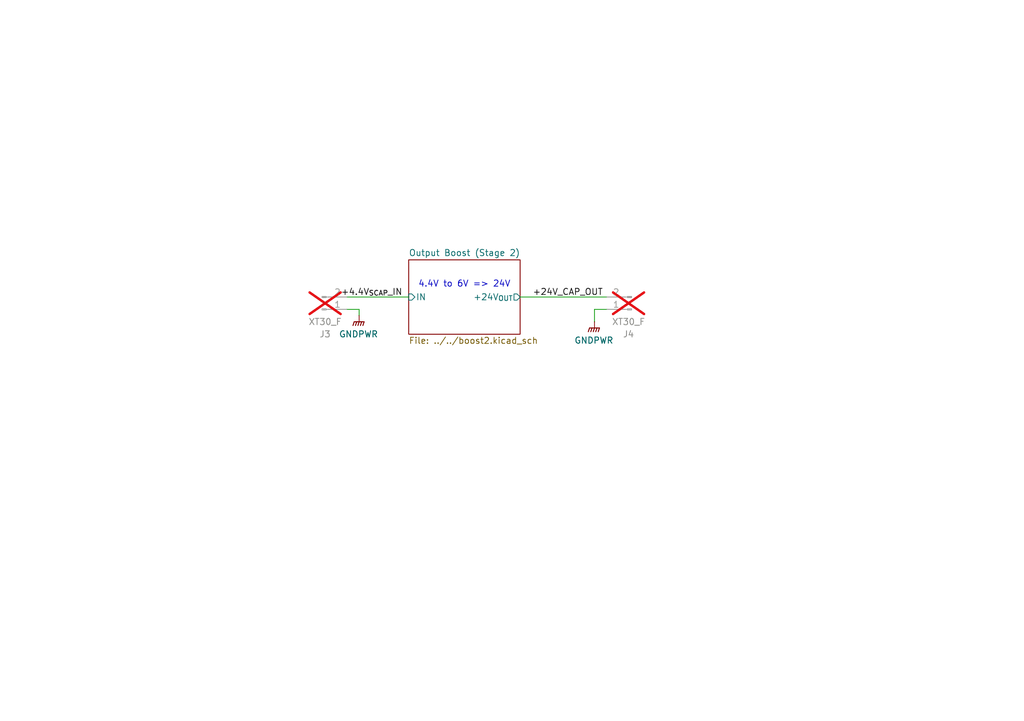
<source format=kicad_sch>
(kicad_sch (version 20250114) (generator "eeschema") (generator_version "9.0")
  (paper "A5")
  (title_block (title "Boost (Stage 2) Test Board") (date "2025-05-26") (rev "1B") (company "UT Robomasters") (comment 1 "Robomasters"))
  (lib_symbols
    (symbol "Connector:Conn_01x02_Pin" (pin_names (offset 1.016) (hide yes))
      (property "Reference" "J" (at 0 2.54 0))
      (property "Value" "Conn_01x02_Pin" (at 0 -5.08 0))
      (symbol "Conn_01x02_Pin_1_1"
        (rectangle (start 0.8636 0.127) (end 0 -0.127) (stroke (width 0.1524)) (fill (type outline)))
        (rectangle (start 0.8636 -2.413) (end 0 -2.667) (stroke (width 0.1524)) (fill (type outline)))
        (polyline (pts (xy 1.27 0) (xy 0.8636 0)) (stroke (width 0.1524)))
        (polyline (pts (xy 1.27 -2.54) (xy 0.8636 -2.54)) (stroke (width 0.1524)))
        (pin passive line (at 5.08 0 180) (length 3.81) (name "Pin_1") (number "1"))
        (pin passive line (at 5.08 -2.54 180) (length 3.81) (name "Pin_2") (number "2"))
      )
    )
    (symbol "power:GNDPWR" (power) (pin_numbers (hide yes)) (pin_names (offset 0) (hide yes))
      (property "Value" "GNDPWR" (at 0 -3.302 0))
      (symbol "GNDPWR_0_1"
        (polyline (pts (xy -1.016 -1.27) (xy -1.27 -2.032) (xy -1.27 -2.032)) (stroke (width 0.2032)))
        (polyline (pts (xy -0.508 -1.27) (xy -0.762 -2.032) (xy -0.762 -2.032)) (stroke (width 0.2032)))
        (polyline (pts (xy 0 -1.27) (xy 0 0)))
        (polyline (pts (xy 0 -1.27) (xy -0.254 -2.032) (xy -0.254 -2.032)) (stroke (width 0.2032)))
        (polyline (pts (xy 0.508 -1.27) (xy 0.254 -2.032) (xy 0.254 -2.032)) (stroke (width 0.2032)))
        (polyline (pts (xy 1.016 -1.27) (xy -1.016 -1.27) (xy -1.016 -1.27)) (stroke (width 0.2032)))
        (polyline (pts (xy 1.016 -1.27) (xy 0.762 -2.032) (xy 0.762 -2.032) (xy 0.762 -2.032)) (stroke (width 0.2032)))
      )
      (symbol "GNDPWR_1_1"
        (pin power_in line (at 0 0 270) (length 0) (name "~") (number "1"))
      )
    )
  )
  (text "4.4V to 6V => 24V" (at 95.25 57.658 0) (effects (font (size 1.27 1.27)) (justify top)))
  (wire (pts (xy 106.68 60.96) (xy 124.46 60.96)))
  (wire (pts (xy 71.12 63.5) (xy 73.66 63.5)))
  (wire (pts (xy 121.92 63.5) (xy 121.92 66.04)))
  (wire (pts (xy 73.66 63.5) (xy 73.66 64.77)))
  (wire (pts (xy 71.12 60.96) (xy 83.82 60.96)))
  (wire (pts (xy 124.46 63.5) (xy 121.92 63.5)))
  (label "+24V_CAP_OUT" (at 109.22 60.96 0))
  (label "+4.4V_{SCAP}_IN" (at 82.55 60.96 180))
  (symbol (lib_id "Connector:Conn_01x02_Pin") (at 66.04 63.5 0) (mirror x) (unit 1) (dnp yes)
    (property "Reference" "J3" (at 66.675 68.58 0))
    (property "Value" "XT30_F" (at 66.675 66.04 0))
    (property "Footprint" "Connector_AMASS:AMASS_XT30U-F_1x02_P5.0mm_Vertical" (effects (hide yes)))
    (property "Description" "Generic connector, single row, 01x02, script generated" (effects (hide yes)))
  )
  (symbol (lib_id "power:GNDPWR") (at 121.92 66.04 0) (unit 1)
    (property "Reference" "#PWR036" (effects (hide yes)))
    (property "Value" "GNDPWR" (at 121.793 69.85 0))
    (property "Description" "Power symbol creates a global label with name \"GNDPWR\" , global ground" (effects (hide yes)))
  )
  (symbol (lib_id "Connector:Conn_01x02_Pin") (at 129.54 63.5 180) (unit 1) (dnp yes)
    (property "Reference" "J4" (at 128.905 68.58 0))
    (property "Value" "XT30_F" (at 128.905 66.04 0))
    (property "Footprint" "Connector_AMASS:AMASS_XT30U-F_1x02_P5.0mm_Vertical" (effects (hide yes)))
    (property "Description" "Generic connector, single row, 01x02, script generated" (effects (hide yes)))
  )
  (symbol (lib_id "power:GNDPWR") (at 73.66 64.77 0) (unit 1)
    (property "Reference" "#PWR035" (effects (hide yes)))
    (property "Value" "GNDPWR" (at 73.533 68.58 0))
    (property "Description" "Power symbol creates a global label with name \"GNDPWR\" , global ground" (effects (hide yes)))
  )
  (sheet (at 83.82 53.34) (size 22.86 15.24) (stroke (width 0.1524))
    (property "Sheetname" "Output Boost (Stage 2)" (at 83.82 52.6284 0) (effects (justify left bottom)))
    (property "Sheetfile" "../../boost2.kicad_sch" (at 83.82 69.1646 0) (effects (justify left top)))
    (pin "+24V_{OUT}" output (at 106.68 60.96 0))
    (pin "IN" input (at 83.82 60.96 180))
  )
)
</source>
